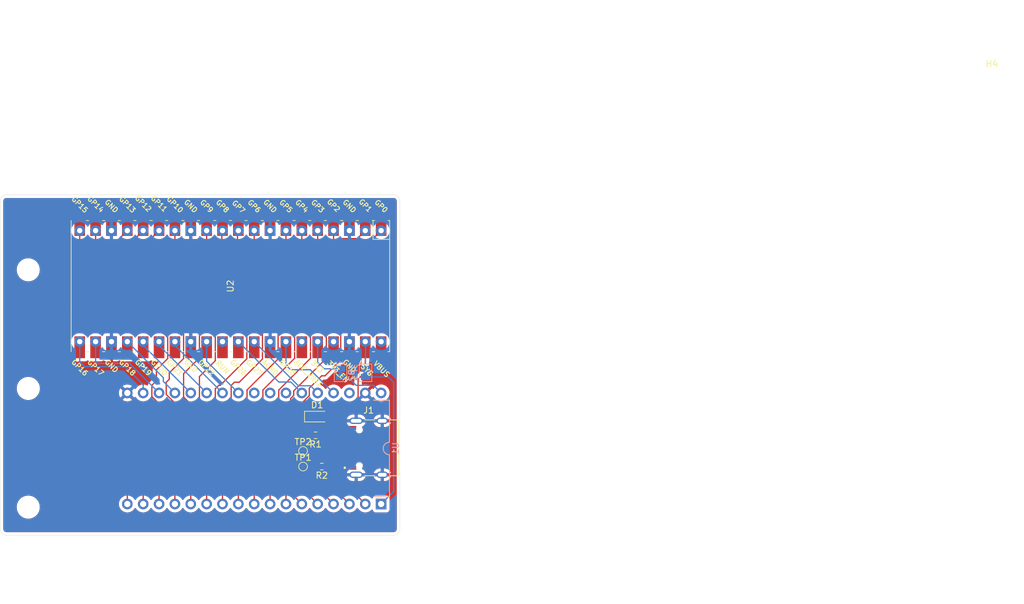
<source format=kicad_pcb>
(kicad_pcb (version 20240108) (generator "pcbnew") (generator_version "8.0")
  (layers (0 "F.Cu" signal) (31 "B.Cu" signal) (34 "B.Paste" user) (35 "F.Paste" user) (36 "B.SilkS" user "B.Silkscreen") (37 "F.SilkS" user "F.Silkscreen") (38 "B.Mask" user) (39 "F.Mask" user) (44 "Edge.Cuts" user))
  (net 0 "")
  (net 1 "/P5")
  (net 2 "Net-(D1-A)")
  (net 3 "GND")
  (net 4 "/CC2")
  (net 5 "/USBC_DP")
  (net 6 "/CC1")
  (net 8 "/USBC_DN")
  (net 10 "Net-(JP1-B)")
  (net 11 "/GPIO0")
  (net 12 "/GPIO1")
  (net 13 "/GPIO2")
  (net 14 "/GPIO3")
  (net 15 "/GPIO4")
  (net 16 "/GPIO5")
  (net 17 "/GPIO6")
  (net 18 "/GPIO7")
  (net 19 "/GPIO8")
  (net 20 "/GPIO9")
  (net 21 "/GPIO10")
  (net 22 "/GPIO11")
  (net 23 "/GPIO12")
  (net 24 "/GPIO13")
  (net 25 "/GPIO14")
  (net 26 "/GPIO15")
  (net 27 "/P3")
  (net 28 "/GPIO28")
  (net 29 "/GPIO27")
  (net 30 "/GPIO26")
  (net 31 "/GPIO22")
  (net 32 "/GPIO21")
  (net 33 "/GPIO20")
  (net 34 "/GPIO19")
  (net 35 "/GPIO18")
  (net 36 "/GPIO17")
  (net 37 "/GPIO16")
  (net 50 "Net-(JP2-A)")
  (footprint "Diode_SMD:D_SOD-323_HandSoldering" (layer "F.Cu") (at 151.54 101.65)
    (property "Reference" "D1" (at 0 -1.85 0) (layer "F.SilkS"))
    (property "Value" "CUHS20S30")
    (pad "1" smd roundrect (at -1.25 0) (size 1 1) (layers "F.Cu" "F.Paste" "F.Mask") (net 1 "/P5"))
    (pad "2" smd roundrect (at 1.25 0) (size 1 1) (layers "F.Cu" "F.Paste" "F.Mask") (net 2 "Net-(D1-A)"))
  )
  (footprint "MountingHole:MountingHole_3.2mm_M3" (layer "F.Cu") (at 105.29 116.15)
    (property "Reference" "H1" (hide yes))
    (property "Value" "MountingHole" (hide yes))
    (pad "" np_thru_hole circle (at 0 0) (size 3.2 3.2) (drill 3.2) (layers "*.Cu" "*.Mask"))
  )
  (footprint "MountingHole:MountingHole_3.2mm_M3" (layer "F.Cu") (at 105.29 97.15)
    (property "Reference" "H2" (hide yes))
    (property "Value" "MountingHole" (hide yes))
    (pad "" np_thru_hole circle (at 0 0) (size 3.2 3.2) (drill 3.2) (layers "*.Cu" "*.Mask"))
  )
  (footprint "TestPoint:TestPoint_Pad_D1.0mm" (layer "F.Cu") (at 149.29 107.15)
    (property "Reference" "TP2" (at 0 -1.448 0) (layer "F.SilkS"))
    (property "Value" "TestPoint")
    (pad "1" smd circle (at 0 0) (size 1 1) (layers "F.Cu" "F.Mask") (net 5 "/USBC_DP"))
  )
  (footprint "Resistor_SMD:R_0603_1608Metric" (layer "F.Cu") (at 151.29 104.65 180)
    (property "Reference" "R1" (at 0 -1.43 360) (layer "F.SilkS"))
    (property "Value" "5.1k")
    (pad "1" smd roundrect (at -0.825 0 180) (size 0.8 0.95) (layers "F.Cu" "F.Paste" "F.Mask") (net 4 "/CC2"))
    (pad "2" smd roundrect (at 0.825 0 180) (size 0.8 0.95) (layers "F.Cu" "F.Paste" "F.Mask") (net 3 "GND"))
  )
  (footprint "Resistor_SMD:R_0603_1608Metric" (layer "F.Cu") (at 152.29 109.65 180)
    (property "Reference" "R2" (at 0 -1.43 360) (layer "F.SilkS"))
    (property "Value" "5.1k")
    (pad "1" smd roundrect (at -0.825 0 180) (size 0.8 0.95) (layers "F.Cu" "F.Paste" "F.Mask") (net 6 "/CC1"))
    (pad "2" smd roundrect (at 0.825 0 180) (size 0.8 0.95) (layers "F.Cu" "F.Paste" "F.Mask") (net 3 "GND"))
  )
  (footprint "my_pico:pico_no_dbg_smd_th_p0.85" (layer "F.Cu") (at 137.66 80.76 -90)
    (property "Reference" "U2" (at 0 0 90) (layer "F.SilkS"))
    (property "Value" "Pico")
    (fp_text user "GP5" (at -12.8 -8.89 135) (layer "F.SilkS") (effects (font (size 0.8 0.8))))
    (fp_text user "GP8" (at -12.8 1.27 135) (layer "F.SilkS") (effects (font (size 0.8 0.8))))
    (fp_text user "ADC_VREF" (at 14 -12.5 135) (layer "F.SilkS") (effects (font (size 0.8 0.8))))
    (fp_text user "GP2" (at -12.9 -16.51 135) (layer "F.SilkS") (effects (font (size 0.8 0.8))))
    (fp_text user "GP4" (at -12.8 -11.43 135) (layer "F.SilkS") (effects (font (size 0.8 0.8))))
    (fp_text user "GP6" (at -12.8 -3.81 135) (layer "F.SilkS") (effects (font (size 0.8 0.8))))
    (fp_text user "GP10" (at -13.054 8.89 135) (layer "F.SilkS") (effects (font (size 0.8 0.8))))
    (fp_text user "GP3" (at -12.8 -13.97 135) (layer "F.SilkS") (effects (font (size 0.8 0.8))))
    (fp_text user "GND" (at -12.8 -6.35 135) (layer "F.SilkS") (effects (font (size 0.8 0.8))))
    (fp_text user "GND" (at 12.8 6.35 135) (layer "F.SilkS") (effects (font (size 0.8 0.8))))
    (fp_text user "GP14" (at -13.1 21.59 135) (layer "F.SilkS") (effects (font (size 0.8 0.8))))
    (fp_text user "GP27" (at 13.054 -3.8 135) (layer "F.SilkS") (effects (font (size 0.8 0.8))))
    (fp_text user "3V3_EN" (at 13.7 -17.2 135) (layer "F.SilkS") (effects (font (size 0.8 0.8))))
    (fp_text user "GP7" (at -12.7 -1.3 135) (layer "F.SilkS") (effects (font (size 0.8 0.8))))
    (fp_text user "GP1" (at -12.9 -21.6 135) (layer "F.SilkS") (effects (font (size 0.8 0.8))))
    (fp_text user "GP22" (at 13.054 3.81 135) (layer "F.SilkS") (effects (font (size 0.8 0.8))))
    (fp_text user "GND" (at -12.8 6.35 135) (layer "F.SilkS") (effects (font (size 0.8 0.8))))
    (fp_text user "VBUS" (at 13.3 -24.2 135) (layer "F.SilkS") (effects (font (size 0.8 0.8))))
    (fp_text user "GP12" (at -13.2 13.97 135) (layer "F.SilkS") (effects (font (size 0.8 0.8))))
    (fp_text user "GP18" (at 13.054 16.51 135) (layer "F.SilkS") (effects (font (size 0.8 0.8))))
    (fp_text user "GP0" (at -12.8 -24.13 135) (layer "F.SilkS") (effects (font (size 0.8 0.8))))
    (fp_text user "GP19" (at 13.054 13.97 135) (layer "F.SilkS") (effects (font (size 0.8 0.8))))
    (fp_text user "GP20" (at 13.054 11.43 135) (layer "F.SilkS") (effects (font (size 0.8 0.8))))
    (fp_text user "GND" (at 12.8 -19.05 135) (layer "F.SilkS") (effects (font (size 0.8 0.8))))
    (fp_text user "GP15" (at -13.054 24.13 135) (layer "F.SilkS") (effects (font (size 0.8 0.8))))
    (fp_text user "GP17" (at 13.054 21.59 135) (layer "F.SilkS") (effects (font (size 0.8 0.8))))
    (fp_text user "GP9" (at -12.8 3.81 135) (layer "F.SilkS") (effects (font (size 0.8 0.8))))
    (fp_text user "VSYS" (at 13.2 -21.59 135) (layer "F.SilkS") (effects (font (size 0.8 0.8))))
    (fp_text user "3V3" (at 12.9 -13.9 135) (layer "F.SilkS") (effects (font (size 0.8 0.8))))
    (fp_text user "GP13" (at -13.054 16.51 135) (layer "F.SilkS") (effects (font (size 0.8 0.8))))
    (fp_text user "GP21" (at 13.054 8.9 135) (layer "F.SilkS") (effects (font (size 0.8 0.8))))
    (fp_text user "GP28" (at 13.054 -9.144 135) (layer "F.SilkS") (effects (font (size 0.8 0.8))))
    (fp_text user "GND" (at -12.8 19.05 135) (layer "F.SilkS") (effects (font (size 0.8 0.8))))
    (fp_text user "GND" (at -12.8 -19.05 135) (layer "F.SilkS") (effects (font (size 0.8 0.8))))
    (fp_text user "AGND" (at 13.054 -6.35 135) (layer "F.SilkS") (effects (font (size 0.8 0.8))))
    (fp_text user "GP11" (at -13.2 11.43 135) (layer "F.SilkS") (effects (font (size 0.8 0.8))))
    (fp_text user "RUN" (at 13 1.27 135) (layer "F.SilkS") (effects (font (size 0.8 0.8))))
    (fp_text user "GND" (at 12.8 19.05 135) (layer "F.SilkS") (effects (font (size 0.8 0.8))))
    (fp_text user "GP26" (at 13.054 -1.27 135) (layer "F.SilkS") (effects (font (size 0.8 0.8))))
    (fp_text user "GP16" (at 13.054 24.13 135) (layer "F.SilkS") (effects (font (size 0.8 0.8))))
    (pad "1" thru_hole oval (at -8.89 -24.13 270) (size 1.7 1.7) (drill 0.85) (layers "*.Cu" "*.Mask") (net 11 "/GPIO0"))
    (pad "1" smd rect (at -8.89 -24.13 270) (size 3.5 1.7) (drill (offset -0.9 0)) (layers "F.Cu" "F.Mask") (net 11 "/GPIO0"))
    (pad "2" thru_hole oval (at -8.89 -21.59 270) (size 1.7 1.7) (drill 0.85) (layers "*.Cu" "*.Mask") (net 12 "/GPIO1"))
    (pad "2" smd rect (at -8.89 -21.59 270) (size 3.5 1.7) (drill (offset -0.9 0)) (layers "F.Cu" "F.Mask") (net 12 "/GPIO1"))
    (pad "3" thru_hole rect (at -8.89 -19.05 270) (size 1.7 1.7) (drill 0.85) (layers "*.Cu" "*.Mask") (net 3 "GND"))
    (pad "3" smd rect (at -8.89 -19.05 270) (size 3.5 1.7) (drill (offset -0.9 0)) (layers "F.Cu" "F.Mask") (net 3 "GND"))
    (pad "4" thru_hole oval (at -8.89 -16.51 270) (size 1.7 1.7) (drill 0.85) (layers "*.Cu" "*.Mask") (net 13 "/GPIO2"))
    (pad "4" smd rect (at -8.89 -16.51 270) (size 3.5 1.7) (drill (offset -0.9 0)) (layers "F.Cu" "F.Mask") (net 13 "/GPIO2"))
    (pad "5" thru_hole oval (at -8.89 -13.97 270) (size 1.7 1.7) (drill 0.85) (layers "*.Cu" "*.Mask") (net 14 "/GPIO3"))
    (pad "5" smd rect (at -8.89 -13.97 270) (size 3.5 1.7) (drill (offset -0.9 0)) (layers "F.Cu" "F.Mask") (net 14 "/GPIO3"))
    (pad "6" thru_hole oval (at -8.89 -11.43 270) (size 1.7 1.7) (drill 0.85) (layers "*.Cu" "*.Mask") (net 15 "/GPIO4"))
    (pad "6" smd rect (at -8.89 -11.43 270) (size 3.5 1.7) (drill (offset -0.9 0)) (layers "F.Cu" "F.Mask") (net 15 "/GPIO4"))
    (pad "7" thru_hole oval (at -8.89 -8.89 270) (size 1.7 1.7) (drill 0.85) (layers "*.Cu" "*.Mask") (net 16 "/GPIO5"))
    (pad "7" smd rect (at -8.89 -8.89 270) (size 3.5 1.7) (drill (offset -0.9 0)) (layers "F.Cu" "F.Mask") (net 16 "/GPIO5"))
    (pad "8" thru_hole rect (at -8.89 -6.35 270) (size 1.7 1.7) (drill 0.85) (layers "*.Cu" "*.Mask") (net 3 "GND"))
    (pad "8" smd rect (at -8.89 -6.35 270) (size 3.5 1.7) (drill (offset -0.9 0)) (layers "F.Cu" "F.Mask") (net 3 "GND"))
    (pad "9" thru_hole oval (at -8.89 -3.81 270) (size 1.7 1.7) (drill 0.85) (layers "*.Cu" "*.Mask") (net 17 "/GPIO6"))
    (pad "9" smd rect (at -8.89 -3.81 270) (size 3.5 1.7) (drill (offset -0.9 0)) (layers "F.Cu" "F.Mask") (net 17 "/GPIO6"))
    (pad "10" thru_hole oval (at -8.89 -1.27 270) (size 1.7 1.7) (drill 0.85) (layers "*.Cu" "*.Mask") (net 18 "/GPIO7"))
    (pad "10" smd rect (at -8.89 -1.27 270) (size 3.5 1.7) (drill (offset -0.9 0)) (layers "F.Cu" "F.Mask") (net 18 "/GPIO7"))
    (pad "11" thru_hole oval (at -8.89 1.27 270) (size 1.7 1.7) (drill 0.85) (layers "*.Cu" "*.Mask") (net 19 "/GPIO8"))
    (pad "11" smd rect (at -8.89 1.27 270) (size 3.5 1.7) (drill (offset -0.9 0)) (layers "F.Cu" "F.Mask") (net 19 "/GPIO8"))
    (pad "12" thru_hole oval (at -8.89 3.81 270) (size 1.7 1.7) (drill 0.85) (layers "*.Cu" "*.Mask") (net 20 "/GPIO9"))
    (pad "12" smd rect (at -8.89 3.81 270) (size 3.5 1.7) (drill (offset -0.9 0)) (layers "F.Cu" "F.Mask") (net 20 "/GPIO9"))
    (pad "13" thru_hole rect (at -8.89 6.35 270) (size 1.7 1.7) (drill 0.85) (layers "*.Cu" "*.Mask") (net 3 "GND"))
    (pad "13" smd rect (at -8.89 6.35 270) (size 3.5 1.7) (drill (offset -0.9 0)) (layers "F.Cu" "F.Mask") (net 3 "GND"))
    (pad "14" thru_hole oval (at -8.89 8.89 270) (size 1.7 1.7) (drill 0.85) (layers "*.Cu" "*.Mask") (net 21 "/GPIO10"))
    (pad "14" smd rect (at -8.89 8.89 270) (size 3.5 1.7) (drill (offset -0.9 0)) (layers "F.Cu" "F.Mask") (net 21 "/GPIO10"))
    (pad "15" thru_hole oval (at -8.89 11.43 270) (size 1.7 1.7) (drill 0.85) (layers "*.Cu" "*.Mask") (net 22 "/GPIO11"))
    (pad "15" smd rect (at -8.89 11.43 270) (size 3.5 1.7) (drill (offset -0.9 0)) (layers "F.Cu" "F.Mask") (net 22 "/GPIO11"))
    (pad "16" thru_hole oval (at -8.89 13.97 270) (size 1.7 1.7) (drill 0.85) (layers "*.Cu" "*.Mask") (net 23 "/GPIO12"))
    (pad "16" smd rect (at -8.89 13.97 270) (size 3.5 1.7) (drill (offset -0.9 0)) (layers "F.Cu" "F.Mask") (net 23 "/GPIO12"))
    (pad "17" thru_hole oval (at -8.89 16.51 270) (size 1.7 1.7) (drill 0.85) (layers "*.Cu" "*.Mask") (net 24 "/GPIO13"))
    (pad "17" smd rect (at -8.89 16.51 270) (size 3.5 1.7) (drill (offset -0.9 0)) (layers "F.Cu" "F.Mask") (net 24 "/GPIO13"))
    (pad "18" thru_hole rect (at -8.89 19.05 270) (size 1.7 1.7) (drill 0.85) (layers "*.Cu" "*.Mask") (net 3 "GND"))
    (pad "18" smd rect (at -8.89 19.05 270) (size 3.5 1.7) (drill (offset -0.9 0)) (layers "F.Cu" "F.Mask") (net 3 "GND"))
    (pad "19" thru_hole oval (at -8.89 21.59 270) (size 1.7 1.7) (drill 0.85) (layers "*.Cu" "*.Mask") (net 25 "/GPIO14"))
    (pad "19" smd rect (at -8.89 21.59 270) (size 3.5 1.7) (drill (offset -0.9 0)) (layers "F.Cu" "F.Mask") (net 25 "/GPIO14"))
    (pad "20" thru_hole oval (at -8.89 24.13 270) (size 1.7 1.7) (drill 0.85) (layers "*.Cu" "*.Mask") (net 26 "/GPIO15"))
    (pad "20" smd rect (at -8.89 24.13 270) (size 3.5 1.7) (drill (offset -0.9 0)) (layers "F.Cu" "F.Mask") (net 26 "/GPIO15"))
    (pad "21" thru_hole oval (at 8.89 24.13 270) (size 1.7 1.7) (drill 0.85) (layers "*.Cu" "*.Mask") (net 37 "/GPIO16"))
    (pad "21" smd rect (at 8.89 24.13 270) (size 3.5 1.7) (drill (offset 0.9 0)) (layers "F.Cu" "F.Mask") (net 37 "/GPIO16"))
    (pad "22" thru_hole oval (at 8.89 21.59 270) (size 1.7 1.7) (drill 0.85) (layers "*.Cu" "*.Mask") (net 36 "/GPIO17"))
    (pad "22" smd rect (at 8.89 21.59 270) (size 3.5 1.7) (drill (offset 0.9 0)) (layers "F.Cu" "F.Mask") (net 36 "/GPIO17"))
    (pad "23" thru_hole rect (at 8.89 19.05 270) (size 1.7 1.7) (drill 0.85) (layers "*.Cu" "*.Mask") (net 3 "GND"))
    (pad "23" smd rect (at 8.89 19.05 270) (size 3.5 1.7) (drill (offset 0.9 0)) (layers "F.Cu" "F.Mask") (net 3 "GND"))
    (pad "24" thru_hole oval (at 8.89 16.51 270) (size 1.7 1.7) (drill 0.85) (layers "*.Cu" "*.Mask") (net 35 "/GPIO18"))
    (pad "24" smd rect (at 8.89 16.51 270) (size 3.5 1.7) (drill (offset 0.9 0)) (layers "F.Cu" "F.Mask") (net 35 "/GPIO18"))
    (pad "25" thru_hole oval (at 8.89 13.97 270) (size 1.7 1.7) (drill 0.85) (layers "*.Cu" "*.Mask") (net 34 "/GPIO19"))
    (pad "25" smd rect (at 8.89 13.97 270) (size 3.5 1.7) (drill (offset 0.9 0)) (layers "F.Cu" "F.Mask") (net 34 "/GPIO19"))
    (pad "26" thru_hole oval (at 8.89 11.43 270) (size 1.7 1.7) (drill 0.85) (layers "*.Cu" "*.Mask") (net 33 "/GPIO20"))
    (pad "26" smd rect (at 8.89 11.43 270) (size 3.5 1.7) (drill (offset 0.9 0)) (layers "F.Cu" "F.Mask") (net 33 "/GPIO20"))
    (pad "27" thru_hole oval (at 8.89 8.89 270) (size 1.7 1.7) (drill 0.85) (layers "*.Cu" "*.Mask") (net 32 "/GPIO21"))
    (pad "27" smd rect (at 8.89 8.89 270) (size 3.5 1.7) (drill (offset 0.9 0)) (layers "F.Cu" "F.Mask") (net 32 "/GPIO21"))
    (pad "28" thru_hole rect (at 8.89 6.35 270) (size 1.7 1.7) (drill 0.85) (layers "*.Cu" "*.Mask") (net 3 "GND"))
    (pad "28" smd rect (at 8.89 6.35 270) (size 3.5 1.7) (drill (offset 0.9 0)) (layers "F.Cu" "F.Mask") (net 3 "GND"))
    (pad "29" thru_hole oval (at 8.89 3.81 270) (size 1.7 1.7) (drill 0.85) (layers "*.Cu" "*.Mask") (net 31 "/GPIO22"))
    (pad "29" smd rect (at 8.89 3.81 270) (size 3.5 1.7) (drill (offset 0.9 0)) (layers "F.Cu" "F.Mask") (net 31 "/GPIO22"))
    (pad "30" thru_hole oval (at 8.89 1.27 270) (size 1.7 1.7) (drill 0.85) (layers "*.Cu" "*.Mask"))
    (pad "30" smd rect (at 8.89 1.27 270) (size 3.5 1.7) (drill (offset 0.9 0)) (layers "F.Cu" "F.Mask"))
    (pad "31" thru_hole oval (at 8.89 -1.27 270) (size 1.7 1.7) (drill 0.85) (layers "*.Cu" "*.Mask") (net 30 "/GPIO26"))
    (pad "31" smd rect (at 8.89 -1.27 270) (size 3.5 1.7) (drill (offset 0.9 0)) (layers "F.Cu" "F.Mask") (net 30 "/GPIO26"))
    (pad "32" thru_hole oval (at 8.89 -3.81 270) (size 1.7 1.7) (drill 0.85) (layers "*.Cu" "*.Mask") (net 29 "/GPIO27"))
    (pad "32" smd rect (at 8.89 -3.81 270) (size 3.5 1.7) (drill (offset 0.9 0)) (layers "F.Cu" "F.Mask") (net 29 "/GPIO27"))
    (pad "33" thru_hole rect (at 8.89 -6.35 270) (size 1.7 1.7) (drill 0.85) (layers "*.Cu" "*.Mask") (net 3 "GND"))
    (pad "33" smd rect (at 8.89 -6.35 270) (size 3.5 1.7) (drill (offset 0.9 0)) (layers "F.Cu" "F.Mask") (net 3 "GND"))
    (pad "34" thru_hole oval (at 8.89 -8.89 270) (size 1.7 1.7) (drill 0.85) (layers "*.Cu" "*.Mask") (net 28 "/GPIO28"))
    (pad "34" smd rect (at 8.89 -8.89 270) (size 3.5 1.7) (drill (offset 0.9 0)) (layers "F.Cu" "F.Mask") (net 28 "/GPIO28"))
    (pad "35" thru_hole oval (at 8.89 -11.43 270) (size 1.7 1.7) (drill 0.85) (layers "*.Cu" "*.Mask"))
    (pad "35" smd rect (at 8.89 -11.43 270) (size 3.5 1.7) (drill (offset 0.9 0)) (layers "F.Cu" "F.Mask"))
    (pad "36" thru_hole oval (at 8.89 -13.97 270) (size 1.7 1.7) (drill 0.85) (layers "*.Cu" "*.Mask") (net 27 "/P3"))
    (pad "36" smd rect (at 8.89 -13.97 270) (size 3.5 1.7) (drill (offset 0.9 0)) (layers "F.Cu" "F.Mask") (net 27 "/P3"))
    (pad "37" thru_hole oval (at 8.89 -16.51 270) (size 1.7 1.7) (drill 0.85) (layers "*.Cu" "*.Mask"))
    (pad "37" smd rect (at 8.89 -16.51 270) (size 3.5 1.7) (drill (offset 0.9 0)) (layers "F.Cu" "F.Mask"))
    (pad "38" thru_hole rect (at 8.89 -19.05 270) (size 1.7 1.7) (drill 0.85) (layers "*.Cu" "*.Mask") (net 3 "GND"))
    (pad "38" smd rect (at 8.89 -19.05 270) (size 3.5 1.7) (drill (offset 0.9 0)) (layers "F.Cu" "F.Mask") (net 3 "GND"))
    (pad "39" thru_hole oval (at 8.89 -21.59 270) (size 1.7 1.7) (drill 0.85) (layers "*.Cu" "*.Mask") (net 1 "/P5"))
    (pad "39" smd rect (at 8.89 -21.59 270) (size 3.5 1.7) (drill (offset 0.9 0)) (layers "F.Cu" "F.Mask") (net 1 "/P5"))
    (pad "40" thru_hole oval (at 8.89 -24.13 270) (size 1.7 1.7) (drill 0.85) (layers "*.Cu" "*.Mask"))
    (pad "40" smd rect (at 8.89 -24.13 270) (size 3.5 1.7) (drill (offset 0.9 0)) (layers "F.Cu" "F.Mask"))
  )
  (footprint "MountingHole:MountingHole_3.2mm_M3" (layer "F.Cu") (at 259.58 49.39)
    (property "Reference" "H4" (at 0 -4.2 0) (layer "F.SilkS"))
    (property "Value" "MountingHole")
    (pad "" np_thru_hole circle (at 0 0) (size 3.2 3.2) (drill 3.2) (layers "*.Cu" "*.Mask"))
  )
  (footprint "usb-c:NELTRON_5077CR-16SMC2-BK-TR" (layer "F.Cu") (at 158.29 106.65 90)
    (property "Reference" "J1" (at 6 1.5 0) (layer "F.SilkS"))
    (property "Value" "5077CR-16SMC2-BK-TR")
    (pad "" np_thru_hole circle (at -2.89 0 90) (size 0.65 0.65) (drill 0.65) (layers "*.Cu" "*.Mask"))
    (pad "" np_thru_hole circle (at 2.89 0 90) (size 0.65 0.65) (drill 0.65) (layers "*.Cu" "*.Mask"))
    (pad "A1_B12" smd rect (at -3.2 -1.065 90) (size 0.6 1.15) (layers "F.Cu" "F.Paste" "F.Mask") (net 3 "GND"))
    (pad "A4_B9" smd rect (at -2.4 -1.065 90) (size 0.6 1.15) (layers "F.Cu" "F.Paste" "F.Mask") (net 2 "Net-(D1-A)"))
    (pad "A5" smd rect (at -1.25 -1.065 90) (size 0.3 1.15) (layers "F.Cu" "F.Paste" "F.Mask") (net 6 "/CC1"))
    (pad "A6" smd rect (at -0.25 -1.065 90) (size 0.3 1.15) (layers "F.Cu" "F.Paste" "F.Mask") (net 5 "/USBC_DP"))
    (pad "A7" smd rect (at 0.25 -1.065 90) (size 0.3 1.15) (layers "F.Cu" "F.Paste" "F.Mask") (net 8 "/USBC_DN"))
    (pad "A8" smd rect (at 1.25 -1.065 90) (size 0.3 1.15) (layers "F.Cu" "F.Paste" "F.Mask"))
    (pad "B1_A12" smd rect (at 3.2 -1.065 90) (size 0.6 1.15) (layers "F.Cu" "F.Paste" "F.Mask") (net 3 "GND"))
    (pad "B4_A9" smd rect (at 2.4 -1.065 90) (size 0.6 1.15) (layers "F.Cu" "F.Paste" "F.Mask") (net 2 "Net-(D1-A)"))
    (pad "B5" smd rect (at 1.75 -1.065 90) (size 0.3 1.15) (layers "F.Cu" "F.Paste" "F.Mask") (net 4 "/CC2"))
    (pad "B6" smd rect (at 0.75 -1.065 90) (size 0.3 1.15) (layers "F.Cu" "F.Paste" "F.Mask") (net 5 "/USBC_DP"))
    (pad "B7" smd rect (at -0.75 -1.065 90) (size 0.3 1.15) (layers "F.Cu" "F.Paste" "F.Mask") (net 8 "/USBC_DN"))
    (pad "B8" smd rect (at -1.75 -1.065 90) (size 0.3 1.15) (layers "F.Cu" "F.Paste" "F.Mask"))
    (pad "S1" thru_hole oval (at -4.32 3.68 90) (size 1 1.8) (drill oval 0.6 1.4) (layers "*.Cu" "*.Mask") (net 3 "GND"))
    (pad "S2" thru_hole oval (at 4.32 3.68 90) (size 1 1.8) (drill oval 0.6 1.4) (layers "*.Cu" "*.Mask") (net 3 "GND"))
    (pad "S3" thru_hole oval (at -4.32 -0.5 90) (size 1 2.1) (drill oval 0.6 1.7) (layers "*.Cu" "*.Mask") (net 3 "GND"))
    (pad "S4" thru_hole oval (at 4.32 -0.5 90) (size 1 2.1) (drill oval 0.6 1.7) (layers "*.Cu" "*.Mask") (net 3 "GND"))
  )
  (footprint "MountingHole:MountingHole_3.2mm_M3" (layer "F.Cu") (at 105.29 78.15)
    (property "Reference" "H3" (hide yes))
    (property "Value" "MountingHole" (hide yes))
    (pad "" np_thru_hole circle (at 0 0) (size 3.2 3.2) (drill 3.2) (layers "*.Cu" "*.Mask"))
  )
  (footprint "TestPoint:TestPoint_Pad_D1.0mm" (layer "F.Cu") (at 149.29 109.65)
    (property "Reference" "TP1" (at 0 -1.448 0) (layer "F.SilkS"))
    (property "Value" "TestPoint")
    (pad "1" smd circle (at 0 0) (size 1 1) (layers "F.Cu" "F.Mask") (net 8 "/USBC_DN"))
  )
  (footprint "Jumper:SolderJumper-2_P1.3mm_Bridged_Pad1.0x1.5mm" (layer "B.Cu") (at 155.29 94.65 90)
    (property "Reference" "JP2" (at 0 1.8 90) (layer "B.SilkS") (effects (justify mirror)))
    (property "Value" "SolderJumper_2_Bridged" (hide yes))
    (fp_poly (pts (xy -0.25 0.3) (xy 0.25 0.3) (xy 0.25 -0.3) (xy -0.25 -0.3)) (fill solid) (layer "B.Cu"))
    (pad "1" smd rect (at -0.65 0 90) (size 1 1.5) (layers "B.Cu" "B.Mask") (net 50 "Net-(JP2-A)"))
    (pad "2" smd rect (at 0.65 0 90) (size 1 1.5) (layers "B.Cu" "B.Mask") (net 27 "/P3"))
  )
  (footprint "Jumper:SolderJumper-2_P1.3mm_Bridged_Pad1.0x1.5mm" (layer "B.Cu") (at 159.29 94.65 -90)
    (property "Reference" "JP1" (at 0 1.8 90) (layer "B.SilkS") (effects (justify mirror)))
    (property "Value" "SolderJumper_2_Bridged" (hide yes))
    (fp_poly (pts (xy -0.25 0.3) (xy 0.25 0.3) (xy 0.25 -0.3) (xy -0.25 -0.3)) (fill solid) (layer "B.Cu"))
    (pad "1" smd rect (at -0.65 0 270) (size 1 1.5) (layers "B.Cu" "B.Mask") (net 1 "/P5"))
    (pad "2" smd rect (at 0.65 0 270) (size 1 1.5) (layers "B.Cu" "B.Mask") (net 10 "Net-(JP1-B)"))
  )
  (footprint "ae-rp2040:AE-RP2040" (layer "B.Cu") (at 161.79 115.65 90)
    (property "Reference" "U1" (at 8.89 2.33 90) (layer "B.SilkS") (effects (justify mirror)))
    (property "Value" "~")
    (pad "1" thru_hole rect (at 0 0 90) (size 1.7 1.7) (drill 1) (layers "*.Cu" "*.Mask") (net 10 "Net-(JP1-B)"))
    (pad "2" thru_hole circle (at 0 -2.54 90) (size 1.7 1.7) (drill 1) (layers "*.Cu" "*.Mask") (net 11 "/GPIO0"))
    (pad "3" thru_hole circle (at 0 -5.08 90) (size 1.7 1.7) (drill 1) (layers "*.Cu" "*.Mask") (net 12 "/GPIO1"))
    (pad "4" thru_hole circle (at 0 -7.62 90) (size 1.7 1.7) (drill 1) (layers "*.Cu" "*.Mask") (net 13 "/GPIO2"))
    (pad "5" thru_hole circle (at 0 -10.16 90) (size 1.7 1.7) (drill 1) (layers "*.Cu" "*.Mask") (net 14 "/GPIO3"))
    (pad "6" thru_hole circle (at 0 -12.7 90) (size 1.7 1.7) (drill 1) (layers "*.Cu" "*.Mask") (net 15 "/GPIO4"))
    (pad "7" thru_hole circle (at 0 -15.24 90) (size 1.7 1.7) (drill 1) (layers "*.Cu" "*.Mask") (net 16 "/GPIO5"))
    (pad "8" thru_hole circle (at 0 -17.78 90) (size 1.7 1.7) (drill 1) (layers "*.Cu" "*.Mask") (net 17 "/GPIO6"))
    (pad "9" thru_hole circle (at 0 -20.32 90) (size 1.7 1.7) (drill 1) (layers "*.Cu" "*.Mask") (net 18 "/GPIO7"))
    (pad "10" thru_hole circle (at 0 -22.86 90) (size 1.7 1.7) (drill 1) (layers "*.Cu" "*.Mask") (net 19 "/GPIO8"))
    (pad "11" thru_hole circle (at 0 -25.4 90) (size 1.7 1.7) (drill 1) (layers "*.Cu" "*.Mask") (net 20 "/GPIO9"))
    (pad "12" thru_hole circle (at 0 -27.94 90) (size 1.7 1.7) (drill 1) (layers "*.Cu" "*.Mask") (net 21 "/GPIO10"))
    (pad "13" thru_hole circle (at 0 -30.48 90) (size 1.7 1.7) (drill 1) (layers "*.Cu" "*.Mask") (net 22 "/GPIO11"))
    (pad "14" thru_hole circle (at 0 -33.02 90) (size 1.7 1.7) (drill 1) (layers "*.Cu" "*.Mask") (net 23 "/GPIO12"))
    (pad "15" thru_hole circle (at 0 -35.56 90) (size 1.7 1.7) (drill 1) (layers "*.Cu" "*.Mask") (net 24 "/GPIO13"))
    (pad "16" thru_hole circle (at 0 -38.1 90) (size 1.7 1.7) (drill 1) (layers "*.Cu" "*.Mask") (net 25 "/GPIO14"))
    (pad "17" thru_hole circle (at 0 -40.64 90) (size 1.7 1.7) (drill 1) (layers "*.Cu" "*.Mask") (net 26 "/GPIO15"))
    (pad "18" thru_hole circle (at 17.78 -40.64 90) (size 1.7 1.7) (drill 1) (layers "*.Cu" "*.Mask") (net 3 "GND"))
    (pad "19" thru_hole circle (at 17.78 -38.1 90) (size 1.7 1.7) (drill 1) (layers "*.Cu" "*.Mask") (net 37 "/GPIO16"))
    (pad "20" thru_hole circle (at 17.78 -35.56 90) (size 1.7 1.7) (drill 1) (layers "*.Cu" "*.Mask") (net 36 "/GPIO17"))
    (pad "21" thru_hole circle (at 17.78 -33.02 90) (size 1.7 1.7) (drill 1) (layers "*.Cu" "*.Mask") (net 35 "/GPIO18"))
    (pad "22" thru_hole circle (at 17.78 -30.48 90) (size 1.7 1.7) (drill 1) (layers "*.Cu" "*.Mask") (net 34 "/GPIO19"))
    (pad "23" thru_hole circle (at 17.78 -27.94 90) (size 1.7 1.7) (drill 1) (layers "*.Cu" "*.Mask") (net 33 "/GPIO20"))
    (pad "24" thru_hole circle (at 17.78 -25.4 90) (size 1.7 1.7) (drill 1) (layers "*.Cu" "*.Mask") (net 32 "/GPIO21"))
    (pad "25" thru_hole circle (at 17.78 -22.86 90) (size 1.7 1.7) (drill 1) (layers "*.Cu" "*.Mask") (net 31 "/GPIO22"))
    (pad "26" thru_hole circle (at 17.78 -20.32 90) (size 1.7 1.7) (drill 1) (layers "*.Cu" "*.Mask"))
    (pad "27" thru_hole circle (at 17.78 -17.78 90) (size 1.7 1.7) (drill 1) (layers "*.Cu" "*.Mask"))
    (pad "28" thru_hole circle (at 17.78 -15.24 90) (size 1.7 1.7) (drill 1) (layers "*.Cu" "*.Mask"))
    (pad "29" thru_hole circle (at 17.78 -12.7 90) (size 1.7 1.7) (drill 1) (layers "*.Cu" "*.Mask") (net 30 "/GPIO26"))
    (pad "30" thru_hole circle (at 17.78 -10.16 90) (size 1.7 1.7) (drill 1) (layers "*.Cu" "*.Mask") (net 29 "/GPIO27"))
    (pad "31" thru_hole circle (at 17.78 -7.62 90) (size 1.7 1.7) (drill 1) (layers "*.Cu" "*.Mask") (net 28 "/GPIO28"))
    (pad "32" thru_hole circle (at 17.78 -5.08 90) (size 1.7 1.7) (drill 1) (layers "*.Cu" "*.Mask"))
    (pad "33" thru_hole circle (at 17.78 -2.54 90) (size 1.7 1.7) (drill 1) (layers "*.Cu" "*.Mask") (net 3 "GND"))
    (pad "34" thru_hole circle (at 17.78 0 90) (size 1.7 1.7) (drill 1) (layers "*.Cu" "*.Mask") (net 50 "Net-(JP2-A)"))
  )
  (gr_line (start 101.79 66.15) (end 163.79 66.15) (stroke (width 0.05)) (layer "Edge.Cuts"))
  (gr_line (start 163.79 120.65) (end 101.79 120.65) (stroke (width 0.05)) (layer "Edge.Cuts"))
  (gr_arc (start 164.79 119.65) (mid 164.497107 120.357107) (end 163.79 120.65) (stroke (width 0.05)) (layer "Edge.Cuts"))
  (gr_line (start 100.79 119.65) (end 100.79 67.15) (stroke (width 0.05)) (layer "Edge.Cuts"))
  (gr_arc (start 163.79 66.15) (mid 164.497107 66.442893) (end 164.79 67.15) (stroke (width 0.05)) (layer "Edge.Cuts"))
  (gr_arc (start 101.79 120.65) (mid 101.082893 120.357107) (end 100.79 119.65) (stroke (width 0.05)) (layer "Edge.Cuts"))
  (gr_line (start 164.79 67.15) (end 164.79 119.65) (stroke (width 0.05)) (layer "Edge.Cuts"))
  (gr_arc (start 100.79 67.15) (mid 101.082893 66.442893) (end 101.79 66.15) (stroke (width 0.05)) (layer "Edge.Cuts"))
  (segment (start 159.25 94.5) (end 158.1 95.65) (width 0.2) (layer "F.Cu") (net 1))
  (segment (start 156.946827 99.993173) (end 151.133173 99.993173) (width 0.2) (layer "F.Cu") (net 1))
  (segment (start 159.25 89.65) (end 159.25 94.5) (width 0.2) (layer "F.Cu") (net 1))
  (segment (start 158.1 95.65) (end 158.1 98.84) (width 0.2) (layer "F.Cu") (net 1))
  (segment (start 158.1 98.84) (end 156.946827 99.993173) (width 0.2) (layer "F.Cu") (net 1))
  (segment (start 150.29 100.836346) (end 150.29 101.65) (width 0.2) (layer "F.Cu") (net 1))
  (segment (start 151.133173 99.993173) (end 150.29 100.836346) (width 0.2) (layer "F.Cu") (net 1))
  (segment (start 159.29 89.69) (end 159.29 94) (width 0.2) (layer "B.Cu") (net 1))
  (segment (start 159.25 89.65) (end 159.29 89.69) (width 0.2) (layer "B.Cu") (net 1))
  (segment (start 157.41 104.435) (end 157.225 104.25) (width 0.2) (layer "F.Cu") (net 2))
  (segment (start 159.79 104.65) (end 159.575 104.435) (width 0.2) (layer "F.Cu") (net 2))
  (segment (start 159.79 108.65) (end 159.79 104.65) (width 0.2) (layer "F.Cu") (net 2))
  (segment (start 155.29 103.65) (end 155.29 104.15) (width 0.2) (layer "F.Cu") (net 2))
  (segment (start 155.39 104.25) (end 157.225 104.25) (width 0.2) (layer "F.Cu") (net 2))
  (segment (start 157.41 108.865) (end 159.575 108.865) (width 0.2) (layer "F.Cu") (net 2))
  (segment (start 159.575 108.865) (end 159.79 108.65) (width 0.2) (layer "F.Cu") (net 2))
  (segment (start 157.225 109.05) (end 157.41 108.865) (width 0.2) (layer "F.Cu") (net 2))
  (segment (start 155.29 102.15) (end 155.29 103.65) (width 0.2) (layer "F.Cu") (net 2))
  (segment (start 155.29 102.15) (end 154.79 101.65) (width 0.2) (layer "F.Cu") (net 2))
  (segment (start 155.29 104.15) (end 155.39 104.25) (width 0.2) (layer "F.Cu") (net 2))
  (segment (start 159.575 104.435) (end 157.41 104.435) (width 0.2) (layer "F.Cu") (net 2))
  (segment (start 152.79 101.65) (end 154.79 101.65) (width 0.2) (layer "F.Cu") (net 2))
  (via (at 123.79 93.65) (size 0.6) (drill 0.3) (layers "F.Cu" "B.Cu") (net 3))
  (segment (start 154.04 104.65) (end 152.115 104.65) (width 0.2) (layer "F.Cu") (net 4))
  (segment (start 154.29 104.9) (end 157.225 104.9) (width 0.2) (layer "F.Cu") (net 4))
  (segment (start 154.29 104.9) (end 154.04 104.65) (width 0.2) (layer "F.Cu") (net 4))
  (segment (start 151.54 106.9) (end 151.29 107.15) (width 0.2) (layer "F.Cu") (net 5))
  (segment (start 155.79 106.15) (end 155.79 106.9) (width 0.2) (layer "F.Cu") (net 5))
  (segment (start 157.225 105.9) (end 156.04 105.9) (width 0.2) (layer "F.Cu") (net 5))
  (segment (start 156.04 105.9) (end 155.79 106.15) (width 0.2) (layer "F.Cu") (net 5))
  (segment (start 151.54 106.9) (end 152.29 106.15) (width 0.2) (layer "F.Cu") (net 5))
  (segment (start 152.29 106.15) (end 155.79 106.15) (width 0.2) (layer "F.Cu") (net 5))
  (segment (start 151.29 107.15) (end 149.29 107.15) (width 0.2) (layer "F.Cu") (net 5))
  (segment (start 157.225 106.9) (end 155.79 106.9) (width 0.2) (layer "F.Cu") (net 5))
  (segment (start 157.225 107.9) (end 154.04 107.9) (width 0.2) (layer "F.Cu") (net 6))
  (segment (start 153.115 108.825) (end 153.115 109.65) (width 0.2) (layer "F.Cu") (net 6))
  (segment (start 154.04 107.9) (end 153.115 108.825) (width 0.2) (layer "F.Cu") (net 6))
  (segment (start 158.54 107.4) (end 157.225 107.4) (width 0.2) (layer "F.Cu") (net 8))
  (segment (start 158.04 106.4) (end 158.79 107.15) (width 0.2) (layer "F.Cu") (net 8))
  (segment (start 157.225 106.4) (end 158.04 106.4) (width 0.2) (layer "F.Cu") (net 8))
  (segment (start 150.79 108.15) (end 149.29 109.65) (width 0.2) (layer "F.Cu") (net 8))
  (segment (start 152.79 108.15) (end 150.79 108.15) (width 0.2) (layer "F.Cu") (net 8))
  (segment (start 157.225 107.4) (end 153.54 107.4) (width 0.2) (layer "F.Cu") (net 8))
  (segment (start 153.54 107.4) (end 152.79 108.15) (width 0.2) (layer "F.Cu") (net 8))
  (segment (start 158.79 107.15) (end 158.54 107.4) (width 0.2) (layer "F.Cu") (net 8))
  (segment (start 162.94 95.3) (end 159.29 95.3) (width 0.2) (layer "B.Cu") (net 10))
  (segment (start 163.79 96.15) (end 162.94 95.3) (width 0.2) (layer "B.Cu") (net 10))
  (segment (start 161.79 115.65) (end 163.79 113.65) (width 0.2) (layer "B.Cu") (net 10))
  (segment (start 163.79 113.65) (end 163.79 96.15) (width 0.2) (layer "B.Cu") (net 10))
  (segment (start 150.29 98.296346) (end 147.79 100.796346) (width 0.2) (layer "F.Cu") (net 11))
  (segment (start 150.29 97.1) (end 150.29 98.296346) (width 0.2) (layer "F.Cu") (net 11))
  (segment (start 161.79 71.87) (end 160.01 73.65) (width 0.2) (layer "F.Cu") (net 11))
  (segment (start 155.32 88.65) (end 155.32 92.6) (width 0.2) (layer "F.Cu") (net 11))
  (segment (start 147.79 110.15) (end 149.322843 111.682843) (width 0.2) (layer "F.Cu") (net 11))
  (segment (start 155.79 73.65) (end 154.97 74.47) (width 0.2) (layer "F.Cu") (net 11))
  (segment (start 157.75 114.15) (end 159.25 115.65) (width 0.2) (layer "F.Cu") (net 11))
  (segment (start 152.795 95.125) (end 152.265 95.125) (width 0.2) (layer "F.Cu") (net 11))
  (segment (start 154.97 74.47) (end 154.97 88.3) (width 0.2) (layer "F.Cu") (net 11))
  (segment (start 152.265 95.125) (end 150.29 97.1) (width 0.2) (layer "F.Cu") (net 11))
  (segment (start 160.01 73.65) (end 155.79 73.65) (width 0.2) (layer "F.Cu") (net 11))
  (segment (start 149.322843 112.617157) (end 149.355686 112.65) (width 0.2) (layer "F.Cu") (net 11))
  (segment (start 147.79 100.796346) (end 147.79 110.15) (width 0.2) (layer "F.Cu") (net 11))
  (segment (start 155.32 92.6) (end 152.795 95.125) (width 0.2) (layer "F.Cu") (net 11))
  (segment (start 154.275686 112.65) (end 155.775686 114.15) (width 0.2) (layer "F.Cu") (net 11))
  (segment (start 155.775686 114.15) (end 157.75 114.15) (width 0.2) (layer "F.Cu") (net 11))
  (segment (start 149.355686 112.65) (end 154.275686 112.65) (width 0.2) (layer "F.Cu") (net 11))
  (segment (start 149.322843 111.682843) (end 149.322843 112.617157) (width 0.2) (layer "F.Cu") (net 11))
  (segment (start 154.97 88.3) (end 155.32 88.65) (width 0.2) (layer "F.Cu") (net 11))
  (segment (start 147.79 98.256346) (end 147.29 98.756346) (width 0.2) (layer "F.Cu") (net 12))
  (segment (start 147.79 97.543654) (end 147.79 98.256346) (width 0.2) (layer "F.Cu") (net 12))
  (segment (start 154.21 113.15) (end 156.71 115.65) (width 0.2) (layer "F.Cu") (net 12))
  (segment (start 153.02 86.92) (end 153.02 92.313654) (width 0.2) (layer "F.Cu") (net 12))
  (segment (start 155.29 73.15) (end 154.57 73.87) (width 0.2) (layer "F.Cu") (net 12))
  (segment (start 149.29 113.15) (end 154.21 113.15) (width 0.2) (layer "F.Cu") (net 12))
  (segment (start 147.29 110.215686) (end 148.79 111.715686) (width 0.2) (layer "F.Cu") (net 12))
  (segment (start 154.57 85.37) (end 153.02 86.92) (width 0.2) (layer "F.Cu") (net 12))
  (segment (start 154.57 73.87) (end 154.57 85.37) (width 0.2) (layer "F.Cu") (net 12))
  (segment (start 148.79 111.715686) (end 148.79 112.65) (width 0.2) (layer "F.Cu") (net 12))
  (segment (start 159.25 71.87) (end 157.97 73.15) (width 0.2) (layer "F.Cu") (net 12))
  (segment (start 148.79 112.65) (end 149.29 113.15) (width 0.2) (layer "F.Cu") (net 12))
  (segment (start 157.97 73.15) (end 155.29 73.15) (width 0.2) (layer "F.Cu") (net 12))
  (segment (start 153.02 92.313654) (end 147.79 97.543654) (width 0.2) (layer "F.Cu") (net 12))
  (segment (start 147.29 98.756346) (end 147.29 110.215686) (width 0.2) (layer "F.Cu") (net 12))
  (segment (start 150.48 87.46) (end 150.48 92.313654) (width 0.2) (layer "F.Cu") (net 13))
  (segment (start 152.17 113.65) (end 154.17 115.65) (width 0.2) (layer "F.Cu") (net 13))
  (segment (start 150.48 92.313654) (end 145.4 97.393654) (width 0.2) (layer "F.Cu") (net 13))
  (segment (start 146.89 110.381372) (end 148.29 111.781372) (width 0.2) (layer "F.Cu") (net 13))
  (segment (start 148.79 113.65) (end 152.17 113.65) (width 0.2) (layer "F.Cu") (net 13))
  (segment (start 148.29 113.15) (end 148.79 113.65) (width 0.2) (layer "F.Cu") (net 13))
  (segment (start 146.89 109.65) (end 146.89 110.381372) (width 0.2) (layer "F.Cu") (net 13))
  (segment (start 148.29 111.781372) (end 148.29 113.15) (width 0.2) (layer "F.Cu") (net 13))
  (segment (start 145.4 97.393654) (end 145.4 108.16) (width 0.2) (layer "F.Cu") (net 13))
  (segment (start 154.17 83.77) (end 150.48 87.46) (width 0.2) (layer "F.Cu") (net 13))
  (segment (start 154.17 71.87) (end 154.17 83.77) (width 0.2) (layer "F.Cu") (net 13))
  (segment (start 145.4 108.16) (end 146.89 109.65) (width 0.2) (layer "F.Cu") (net 13))
  (segment (start 147.691471 113.685785) (end 148.222843 114.217157) (width 0.2) (layer "F.Cu") (net 14))
  (segment (start 147.94 92.313654) (end 142.86 97.393654) (width 0.2) (layer "F.Cu") (net 14))
  (segment (start 142.86 97.393654) (end 142.86 104.22) (width 0.2) (layer "F.Cu") (net 14))
  (segment (start 150.197157 114.217157) (end 151.63 115.65) (width 0.2) (layer "F.Cu") (net 14))
  (segment (start 147.691471 111.748529) (end 147.691471 113.685785) (width 0.2) (layer "F.Cu") (net 14))
  (segment (start 148.222843 114.217157) (end 150.197157 114.217157) (width 0.2) (layer "F.Cu") (net 14))
  (segment (start 144.79 108.847058) (end 147.691471 111.748529) (width 0.2) (layer "F.Cu") (net 14))
  (segment (start 151.63 71.87) (end 151.63 83.81) (width 0.2) (layer "F.Cu") (net 14))
  (segment (start 142.86 104.22) (end 144.79 106.15) (width 0.2) (layer "F.Cu") (net 14))
  (segment (start 144.79 106.15) (end 144.79 108.847058) (width 0.2) (layer "F.Cu") (net 14))
  (segment (start 151.63 83.81) (end 147.94 87.5) (width 0.2) (layer "F.Cu") (net 14))
  (segment (start 147.94 87.5) (end 147.94 92.313654) (width 0.2) (layer "F.Cu") (net 14))
  (segment (start 140.32 97.393654) (end 145.29 92.423654) (width 0.2) (layer "F.Cu") (net 15))
  (segment (start 147.158628 111.781372) (end 140.32 104.942744) (width 0.2) (layer "F.Cu") (net 15))
  (segment (start 149.09 115.65) (end 147.158628 113.718628) (width 0.2) (layer "F.Cu") (net 15))
  (segment (start 145.79 79.95) (end 149.09 76.65) (width 0.2) (layer "F.Cu") (net 15))
  (segment (start 145.79 87.15) (end 145.79 79.95) (width 0.2) (layer "F.Cu") (net 15))
  (segment (start 145.29 92.423654) (end 145.29 87.65) (width 0.2) (layer "F.Cu") (net 15))
  (segment (start 149.09 76.65) (end 149.09 71.87) (width 0.2) (layer "F.Cu") (net 15))
  (segment (start 145.29 87.65) (end 145.79 87.15) (width 0.2) (layer "F.Cu") (net 15))
  (segment (start 140.32 104.942744) (end 140.32 97.393654) (width 0.2) (layer "F.Cu") (net 15))
  (segment (start 147.158628 113.718628) (end 147.158628 111.781372) (width 0.2) (layer "F.Cu") (net 15))
  (segment (start 139.07 96.15) (end 142.79 92.43) (width 0.2) (layer "F.Cu") (net 16))
  (segment (start 142.79 92.43) (end 142.79 88.15) (width 0.2) (layer "F.Cu") (net 16))
  (segment (start 146.55 115.65) (end 146.55 111.73843) (width 0.2) (layer "F.Cu") (net 16))
  (segment (start 137.78 96.66) (end 138.29 96.15) (width 0.2) (layer "F.Cu") (net 16))
  (segment (start 143.04 87.9) (end 143.04 77.66) (width 0.2) (layer "F.Cu") (net 16))
  (segment (start 143.04 77.66) (end 146.55 74.15) (width 0.2) (layer "F.Cu") (net 16))
  (segment (start 146.55 74.15) (end 146.55 71.87) (width 0.2) (layer "F.Cu") (net 16))
  (segment (start 142.79 88.15) (end 143.04 87.9) (width 0.2) (layer "F.Cu") (net 16))
  (segment (start 138.29 96.15) (end 139.07 96.15) (width 0.2) (layer "F.Cu") (net 16))
  (segment (start 146.55 111.73843) (end 137.78 102.96843) (width 0.2) (layer "F.Cu") (net 16))
  (segment (start 137.78 102.96843) (end 137.78 96.66) (width 0.2) (layer "F.Cu") (net 16))
  (segment (start 141.47 75.15) (end 141.47 71.87) (width 0.2) (layer "F.Cu") (net 17))
  (segment (start 136.03 96.65) (end 140.29 92.39) (width 0.2) (layer "F.Cu") (net 17))
  (segment (start 140.79 75.83) (end 141.47 75.15) (width 0.2) (layer "F.Cu") (net 17))
  (segment (start 135.79 96.65) (end 136.03 96.65) (width 0.2) (layer "F.Cu") (net 17))
  (segment (start 144.01 109.87) (end 135.24 101.1) (width 0.2) (layer "F.Cu") (net 17))
  (segment (start 135.24 97.2) (end 135.79 96.65) (width 0.2) (layer "F.Cu") (net 17))
  (segment (start 140.29 92.39) (end 140.29 76.65) (width 0.2) (layer "F.Cu") (net 17))
  (segment (start 140.79 76.15) (end 140.79 75.83) (width 0.2) (layer "F.Cu") (net 17))
  (segment (start 135.24 101.1) (end 135.24 97.2) (width 0.2) (layer "F.Cu") (net 17))
  (segment (start 140.29 76.65) (end 140.79 76.15) (width 0.2) (layer "F.Cu") (net 17))
  (segment (start 144.01 115.65) (end 144.01 109.87) (width 0.2) (layer "F.Cu") (net 17))
  (segment (start 138.79 83.15) (end 138.79 72.01) (width 0.2) (layer "F.Cu") (net 18))
  (segment (start 141.47 108.83) (end 132.7 100.06) (width 0.2) (layer "F.Cu") (net 18))
  (segment (start 132.7 100.06) (end 132.7 95.24) (width 0.2) (layer "F.Cu") (net 18))
  (segment (start 141.47 115.65) (end 141.47 108.83) (width 0.2) (layer "F.Cu") (net 18))
  (segment (start 132.7 95.24) (end 135.24 92.7) (width 0.2) (layer "F.Cu") (net 18))
  (segment (start 135.24 92.7) (end 135.24 86.7) (width 0.2) (layer "F.Cu") (net 18))
  (segment (start 135.24 86.7) (end 138.79 83.15) (width 0.2) (layer "F.Cu") (net 18))
  (segment (start 138.79 72.01) (end 138.93 71.87) (width 0.2) (layer "F.Cu") (net 18))
  (segment (start 130.16 98.52) (end 130.16 94.78) (width 0.2) (layer "F.Cu") (net 19))
  (segment (start 136.29 71.97) (end 136.39 71.87) (width 0.2) (layer "F.Cu") (net 19))
  (segment (start 136.29 82.37) (end 136.29 71.97) (width 0.2) (layer "F.Cu") (net 19))
  (segment (start 132.7 85.96) (end 136.29 82.37) (width 0.2) (layer "F.Cu") (net 19))
  (segment (start 130.16 94.78) (end 132.7 92.24) (width 0.2) (layer "F.Cu") (net 19))
  (segment (start 132.7 92.24) (end 132.7 85.96) (width 0.2) (layer "F.Cu") (net 19))
  (segment (start 138.93 115.65) (end 138.93 107.29) (width 0.2) (layer "F.Cu") (net 19))
  (segment (start 138.93 107.29) (end 130.16 98.52) (width 0.2) (layer "F.Cu") (net 19))
  (segment (start 127.38 98.106346) (end 127.38 96.15) (width 0.2) (layer "F.Cu") (net 20))
  (segment (start 133.85 80.59) (end 133.85 71.87) (width 0.2) (layer "F.Cu") (net 20))
  (segment (start 130.16 92.36) (end 130.16 85.28) (width 0.2) (layer "F.Cu") (net 20))
  (segment (start 130.16 85.28) (end 133.79 81.65) (width 0.2) (layer "F.Cu") (net 20))
  (segment (start 127.87 94.65) (end 127.87 95.66) (width 0.2) (layer "F.Cu") (net 20))
  (segment (start 136.39 115.65) (end 136.39 107.116346) (width 0.2) (layer "F.Cu") (net 20))
  (segment (start 133.79 81.65) (end 133.79 80.65) (width 0.2) (layer "F.Cu") (net 20))
  (segment (start 136.39 107.116346) (end 127.38 98.106346) (width 0.2) (layer "F.Cu") (net 20))
  (segment (start 133.79 80.65) (end 133.85 80.59) (width 0.2) (layer "F.Cu") (net 20))
  (segment (start 127.87 95.66) (end 127.38 96.15) (width 0.2) (layer "F.Cu") (net 20))
  (segment (start 127.87 94.65) (end 130.16 92.36) (width 0.2) (layer "F.Cu") (net 20))
  (segment (start 132.79 106.15) (end 132.79 112.59) (width 0.2) (layer "F.Cu") (net 21))
  (segment (start 132.79 112.59) (end 133.85 113.65) (width 0.2) (layer "F.Cu") (net 21))
  (segment (start 125.81 95.92) (end 125.08 96.65) (width 0.2) (layer "F.Cu") (net 21))
  (segment (start 133.85 113.65) (end 133.85 115.65) (width 0.2) (layer "F.Cu") (net 21))
  (segment (start 125.08 96.65) (end 125.08 98.44) (width 0.2) (layer "F.Cu") (net 21))
  (segment (start 127.62 85.32) (end 127.62 92.36) (width 0.2) (layer "F.Cu") (net 21))
  (segment (start 125.08 98.44) (end 132.79 106.15) (width 0.2) (layer "F.Cu") (net 21))
  (segment (start 127.62 92.36) (end 125.81 94.17) (width 0.2) (layer "F.Cu") (net 21))
  (segment (start 125.81 94.17) (end 125.81 95.92) (width 0.2) (layer "F.Cu") (net 21))
  (segment (start 128.77 71.87) (end 128.77 84.17) (width 0.2) (layer "F.Cu") (net 21))
  (segment (start 128.77 84.17) (end 127.62 85.32) (width 0.2) (layer "F.Cu") (net 21))
  (segment (start 123.29 73.65) (end 119.724314 77.215686) (width 0.2) (layer "F.Cu") (net 22))
  (segment (start 121.837157 104.651471) (end 129.29 112.104314) (width 0.2) (layer "F.Cu") (net 22))
  (segment (start 129.29 112.104314) (end 129.29 112.15) (width 0.2) (layer "F.Cu") (net 22))
  (segment (start 115.855686 77.715686) (end 115.855686 82.649999) (width 0.2) (layer "F.Cu") (net 22))
  (segment (start 114.072843 84.432842) (end 109.822843 88.682843) (width 0.2) (layer "F.Cu") (net 22))
  (segment (start 130.79 113.65) (end 131.31 113.65) (width 0.2) (layer "F.Cu") (net 22))
  (segment (start 129.29 112.15) (end 130.79 113.65) (width 0.2) (layer "F.Cu") (net 22))
  (segment (start 109.69 104.287256) (end 110.054215 104.651471) (width 0.2) (layer "F.Cu") (net 22))
  (segment (start 131.31 113.65) (end 131.31 115.65) (width 0.2) (layer "F.Cu") (net 22))
  (segment (start 126.23 71.87) (end 124.45 73.65) (width 0.2) (layer "F.Cu") (net 22))
  (segment (start 109.822843 88.682843) (end 109.69 88.815686) (width 0.2) (layer "F.Cu") (net 22))
  (segment (start 110.054215 104.651471) (end 121.837157 104.651471) (width 0.2) (layer "F.Cu") (net 22))
  (segment (start 109.69 88.815686) (end 109.69 104.287256) (width 0.2) (layer "F.Cu") (net 22))
  (segment (start 124.45 73.65) (end 123.29 73.65) (width 0.2) (layer "F.Cu") (net 22))
  (segment (start 115.855686 82.649999) (end 114.072843 84.432842) (width 0.2) (layer "F.Cu") (net 22))
  (segment (start 116.355686 77.215686) (end 115.855686 77.715686) (width 0.2) (layer "F.Cu") (net 22))
  (segment (start 119.724314 77.215686) (end 116.355686 77.215686) (width 0.2) (layer "F.Cu") (net 22))
  (segment (start 109.888529 105.051471) (end 119.191471 105.051471) (width 0.2) (layer "F.Cu") (net 23))
  (segment (start 109.29 88.65) (end 109.29 104.452942) (width 0.2) (layer "F.Cu") (net 23))
  (segment (start 119.191471 105.051471) (end 121.8 107.66) (width 0.2) (layer "F.Cu") (net 23))
  (segment (start 118.877157 76.682843) (end 116.322843 76.682843) (width 0.2) (layer "F.Cu") (net 23))
  (segment (start 116.322843 76.682843) (end 115.29 77.715686) (width 0.2) (layer "F.Cu") (net 23))
  (segment (start 115.29 77.715686) (end 115.29 82.15) (width 0.2) (layer "F.Cu") (net 23))
  (segment (start 115.29 82.15) (end 115.19 82.25) (width 0.2) (layer "F.Cu") (net 23))
  (segment (start 124.28 107.66) (end 128.77 112.15) (width 0.2) (layer "F.Cu") (net 23))
  (segment (start 123.69 71.87) (end 118.877157 76.682843) (width 0.2) (layer "F.Cu") (net 23))
  (segment (start 115.19 82.75) (end 109.29 88.65) (width 0.2) (layer "F.Cu") (net 23))
  (segment (start 109.29 104.452942) (end 109.888529 105.051471) (width 0.2) (layer "F.Cu") (net 23))
  (segment (start 128.77 112.15) (end 128.77 115.65) (width 0.2) (layer "F.Cu") (net 23))
  (segment (start 121.8 107.66) (end 124.28 107.66) (width 0.2) (layer "F.Cu") (net 23))
  (segment (start 115.19 82.25) (end 115.19 82.75) (width 0.2) (layer "F.Cu") (net 23))
  (segment (start 116.87 76.15) (end 116.29 76.15) (width 0.2) (layer "F.Cu") (net 24))
  (segment (start 123.224314 108.084314) (end 126.23 111.09) (width 0.2) (layer "F.Cu") (net 24))
  (segment (start 109.855686 105.584314) (end 118.855685 105.584314) (width 0.2) (layer "F.Cu") (net 24))
  (segment (start 114.79 77.65) (end 114.79 82.215686) (width 0.2) (layer "F.Cu") (net 24))
  (segment (start 126.23 111.09) (end 126.23 115.65) (width 0.2) (layer "F.Cu") (net 24))
  (segment (start 116.29 76.15) (end 114.79 77.65) (width 0.2) (layer "F.Cu") (net 24))
  (segment (start 121.355685 108.084314) (end 123.224314 108.084314) (width 0.2) (layer "F.Cu") (net 24))
  (segment (start 108.722843 88.282843) (end 108.722843 104.451471) (width 0.2) (layer "F.Cu") (net 24))
  (segment (start 121.15 71.87) (end 116.87 76.15) (width 0.2) (layer "F.Cu") (net 24))
  (segment (start 118.855685 105.584314) (end 121.355685 108.084314) (width 0.2) (layer "F.Cu") (net 24))
  (segment (start 114.79 82.215686) (end 108.722843 88.282843) (width 0.2) (layer "F.Cu") (net 24))
  (segment (start 108.722843 104.451471) (end 109.855686 105.584314) (width 0.2) (layer "F.Cu") (net 24))
  (segment (start 108.322843 104.617157) (end 110.29 106.584314) (width 0.2) (layer "F.Cu") (net 25))
  (segment (start 114.29 76.93) (end 114.29 81.65) (width 0.2) (layer "F.Cu") (net 25))
  (segment (start 114.19 82.25) (end 109.257157 87.182843) (width 0.2) (layer "F.Cu") (net 25))
  (segment (start 108.322843 87.182843) (end 108.322843 104.617157) (width 0.2) (layer "F.Cu") (net 25))
  (segment (start 109.257157 87.182843) (end 108.322843 87.182843) (width 0.2) (layer "F.Cu") (net 25))
  (segment (start 116.07 71.87) (end 116.07 75.15) (width 0.2) (layer "F.Cu") (net 25))
  (segment (start 114.29 81.65) (end 114.19 81.75) (width 0.2) (layer "F.Cu") (net 25))
  (segment (start 123.69 109.65) (end 123.69 115.65) (width 0.2) (layer "F.Cu") (net 25))
  (segment (start 110.29 106.65) (end 119.355686 106.65) (width 0.2) (layer "F.Cu") (net 25))
  (segment (start 122.355686 109.65) (end 123.69 109.65) (width 0.2) (layer "F.Cu") (net 25))
  (segment (start 116.07 75.15) (end 114.29 76.93) (width 0.2) (layer "F.Cu") (net 25))
  (segment (start 110.29 106.584314) (end 110.29 106.65) (width 0.2) (layer "F.Cu") (net 25))
  (segment (start 114.19 81.75) (end 114.19 82.25) (width 0.2) (layer "F.Cu") (net 25))
  (segment (start 119.355686 106.65) (end 122.355686 109.65) (width 0.2) (layer "F.Cu") (net 25))
  (segment (start 107.79 87.15) (end 107.79 104.65) (width 0.2) (layer "F.Cu") (net 26))
  (segment (start 113.79 81.65) (end 109.29 86.15) (width 0.2) (layer "F.Cu") (net 26))
  (segment (start 107.79 104.65) (end 109.79 106.65) (width 0.2) (layer "F.Cu") (net 26))
  (segment (start 109.29 86.15) (end 108.79 86.15) (width 0.2) (layer "F.Cu") (net 26))
  (segment (start 119.29 107.15) (end 121.15 109.01) (width 0.2) (layer "F.Cu") (net 26))
  (segment (start 108.79 86.15) (end 107.79 87.15) (width 0.2) (layer "F.Cu") (net 26))
  (segment (start 113.79 77.41) (end 113.79 81.65) (width 0.2) (layer "F.Cu") (net 26))
  (segment (start 109.79 107.15) (end 119.29 107.15) (width 0.2) (layer "F.Cu") (net 26))
  (segment (start 109.79 106.65) (end 109.79 107.15) (width 0.2) (layer "F.Cu") (net 26))
  (segment (start 113.53 71.87) (end 113.53 77.15) (width 0.2) (layer "F.Cu") (net 26))
  (segment (start 113.53 77.15) (end 113.79 77.41) (width 0.2) (layer "F.Cu") (net 26))
  (segment (start 121.15 109.01) (end 121.15 115.65) (width 0.2) (layer "F.Cu") (net 26))
  (segment (start 151.63 92.99) (end 152.64 94) (width 0.2) (layer "B.Cu") (net 27))
  (segment (start 152.64 94) (end 155.29 94) (width 0.2) (layer "B.Cu") (net 27))
  (segment (start 151.63 89.65) (end 151.63 92.99) (width 0.2) (layer "B.Cu") (net 27))
  (segment (start 147.29 94.15) (end 150.45 94.15) (width 0.2) (layer "B.Cu") (net 28))
  (segment (start 146.55 93.41) (end 147.29 94.15) (width 0.2) (layer "B.Cu") (net 28))
  (segment (start 150.45 94.15) (end 154.17 97.87) (width 0.2) (layer "B.Cu") (net 28))
  (segment (start 146.55 89.65) (end 146.55 93.41) (width 0.2) (layer "B.Cu") (net 28))
  (segment (start 141.47 89.65) (end 148.54 96.72) (width 0.2) (layer "B.Cu") (net 29))
  (segment (start 150.48 96.72) (end 151.63 97.87) (width 0.2) (layer "B.Cu") (net 29))
  (segment (start 148.54 96.72) (end 150.48 96.72) (width 0.2) (layer "B.Cu") (net 29))
  (segment (start 138.93 89.65) (end 145.4 96.12) (width 0.2) (layer "B.Cu") (net 30))
  (segment (start 145.4 96.12) (end 147.34 96.12) (width 0.2) (layer "B.Cu") (net 30))
  (segment (start 147.34 96.12) (end 149.09 97.87) (width 0.2) (layer "B.Cu") (net 30))
  (segment (start 133.85 92.79) (end 138.93 97.87) (width 0.2) (layer "B.Cu") (net 31))
  (segment (start 133.85 89.65) (end 133.85 92.79) (width 0.2) (layer "B.Cu") (net 31))
  (segment (start 128.77 90.25) (end 136.39 97.87) (width 0.2) (layer "B.Cu") (net 32))
  (segment (start 128.77 89.65) (end 128.77 90.25) (width 0.2) (layer "B.Cu") (net 32))
  (segment (start 126.23 89.65) (end 126.23 90.25) (width 0.2) (layer "B.Cu") (net 33))
  (segment (start 126.23 90.25) (end 133.85 97.87) (width 0.2) (layer "B.Cu") (net 33))
  (segment (start 123.69 90.25) (end 131.31 97.87) (width 0.2) (layer "B.Cu") (net 34))
  (segment (start 123.69 89.65) (end 123.69 90.25) (width 0.2) (layer "B.Cu") (net 34))
  (segment (start 126.92 96.02) (end 128.77 97.87) (width 0.2) (layer "B.Cu") (net 35))
  (segment (start 126.92 95.42) (end 126.92 96.02) (width 0.2) (layer "B.Cu") (net 35))
  (segment (start 121.15 89.65) (end 126.92 95.42) (width 0.2) (layer "B.Cu") (net 35))
  (segment (start 116.07 89.65) (end 116.07 92.93) (width 0.2) (layer "B.Cu") (net 36))
  (segment (start 121.51 93.15) (end 126.23 97.87) (width 0.2) (layer "B.Cu") (net 36))
  (segment (start 116.29 93.15) (end 121.51 93.15) (width 0.2) (layer "B.Cu") (net 36))
  (segment (start 116.07 92.93) (end 116.29 93.15) (width 0.2) (layer "B.Cu") (net 36))
  (segment (start 123.69 96.55) (end 123.69 97.87) (width 0.2) (layer "B.Cu") (net 37))
  (segment (start 113.53 89.65) (end 113.53 92.89) (width 0.2) (layer "B.Cu") (net 37))
  (segment (start 120.79 93.65) (end 123.69 96.55) (width 0.2) (layer "B.Cu") (net 37))
  (segment (start 114.29 93.65) (end 120.79 93.65) (width 0.2) (layer "B.Cu") (net 37))
  (segment (start 113.53 92.89) (end 114.29 93.65) (width 0.2) (layer "B.Cu") (net 37))
  (segment (start 157.79 96.65) (end 160.57 96.65) (width 0.2) (layer "B.Cu") (net 50))
  (segment (start 156.44 95.3) (end 157.79 96.65) (width 0.2) (layer "B.Cu") (net 50))
  (segment (start 155.29 95.3) (end 156.44 95.3) (width 0.2) (layer "B.Cu") (net 50))
  (segment (start 160.57 96.65) (end 161.79 97.87) (width 0.2) (layer "B.Cu") (net 50))
  (zone (net 3) (net_name "GND") (layer "F.Cu") (connect_pads (clearance 0.5)) (min_thickness 0.25) (fill yes (thermal_gap 0.5) (thermal_bridge_width 0.5))
    (polygon (pts (xy 100.79 66.15) (xy 100.79 120.65) (xy 164.79 120.65) (xy 164.79 66.15)))
  )
  (zone (net 3) (net_name "GND") (layer "B.Cu") (priority 1) (connect_pads (clearance 0.5)) (min_thickness 0.25) (fill yes (thermal_gap 0.5) (thermal_bridge_width 0.5))
    (polygon (pts (xy 100.79 66.15) (xy 100.79 120.65) (xy 164.79 120.65) (xy 164.79 66.15)))
  )
)
</source>
